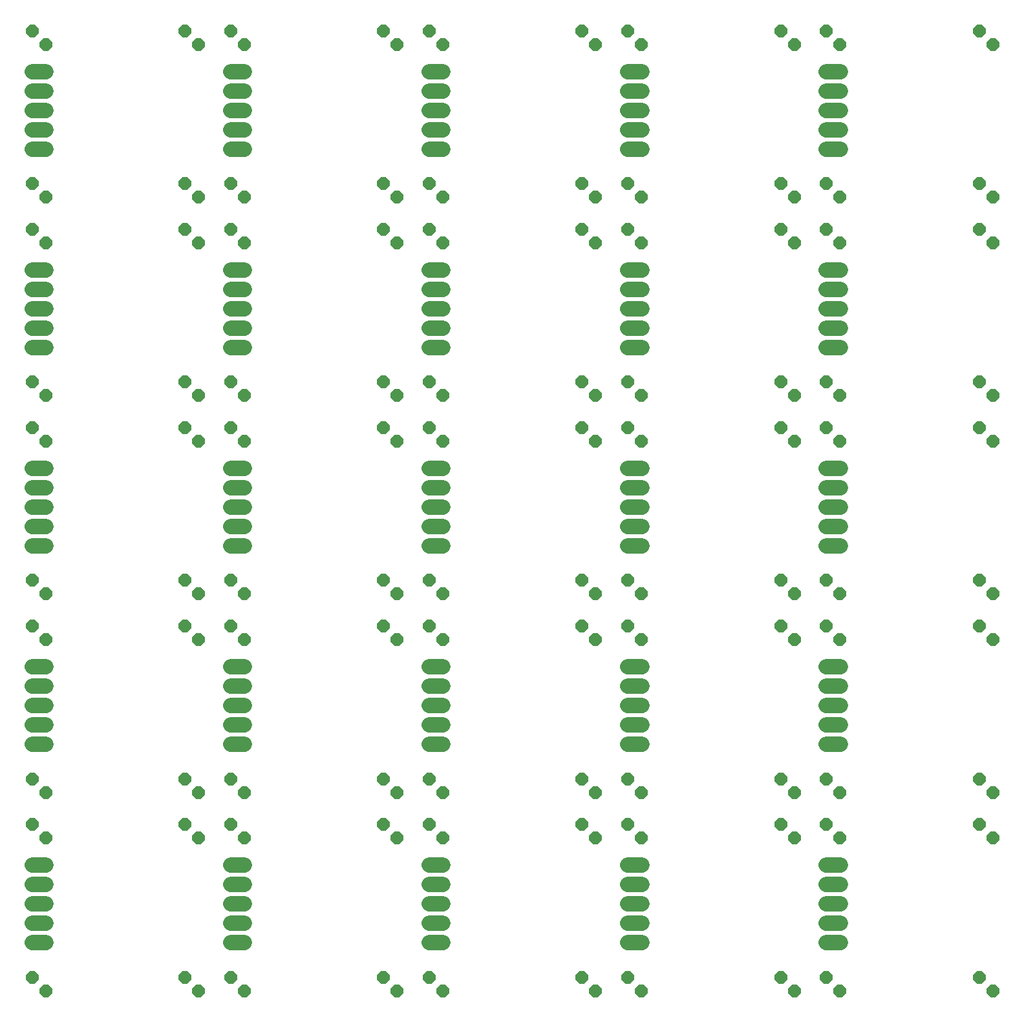
<source format=gts>
G04 EAGLE Gerber RS-274X export*
G75*
%MOMM*%
%FSLAX34Y34*%
%LPD*%
%INSoldermask Top*%
%IPPOS*%
%AMOC8*
5,1,8,0,0,1.08239X$1,22.5*%
G01*
%ADD10P,1.803519X8X292.500000*%
%ADD11C,2.032000*%


D10*
X21110Y38890D03*
X38890Y21110D03*
X221110Y38890D03*
X238890Y21110D03*
X221110Y238890D03*
X238890Y221110D03*
X21110Y238890D03*
X38890Y221110D03*
D11*
X39144Y84200D02*
X20856Y84200D01*
X20856Y109600D02*
X39144Y109600D01*
X39144Y135000D02*
X20856Y135000D01*
X20856Y160400D02*
X39144Y160400D01*
X39144Y185800D02*
X20856Y185800D01*
D10*
X21110Y298890D03*
X38890Y281110D03*
X221110Y298890D03*
X238890Y281110D03*
X221110Y498890D03*
X238890Y481110D03*
X21110Y498890D03*
X38890Y481110D03*
D11*
X39144Y344200D02*
X20856Y344200D01*
X20856Y369600D02*
X39144Y369600D01*
X39144Y395000D02*
X20856Y395000D01*
X20856Y420400D02*
X39144Y420400D01*
X39144Y445800D02*
X20856Y445800D01*
D10*
X21110Y558890D03*
X38890Y541110D03*
X221110Y558890D03*
X238890Y541110D03*
X221110Y758890D03*
X238890Y741110D03*
X21110Y758890D03*
X38890Y741110D03*
D11*
X39144Y604200D02*
X20856Y604200D01*
X20856Y629600D02*
X39144Y629600D01*
X39144Y655000D02*
X20856Y655000D01*
X20856Y680400D02*
X39144Y680400D01*
X39144Y705800D02*
X20856Y705800D01*
D10*
X21110Y818890D03*
X38890Y801110D03*
X221110Y818890D03*
X238890Y801110D03*
X221110Y1018890D03*
X238890Y1001110D03*
X21110Y1018890D03*
X38890Y1001110D03*
D11*
X39144Y864200D02*
X20856Y864200D01*
X20856Y889600D02*
X39144Y889600D01*
X39144Y915000D02*
X20856Y915000D01*
X20856Y940400D02*
X39144Y940400D01*
X39144Y965800D02*
X20856Y965800D01*
D10*
X21110Y1078890D03*
X38890Y1061110D03*
X221110Y1078890D03*
X238890Y1061110D03*
X221110Y1278890D03*
X238890Y1261110D03*
X21110Y1278890D03*
X38890Y1261110D03*
D11*
X39144Y1124200D02*
X20856Y1124200D01*
X20856Y1149600D02*
X39144Y1149600D01*
X39144Y1175000D02*
X20856Y1175000D01*
X20856Y1200400D02*
X39144Y1200400D01*
X39144Y1225800D02*
X20856Y1225800D01*
D10*
X281110Y38890D03*
X298890Y21110D03*
X481110Y38890D03*
X498890Y21110D03*
X481110Y238890D03*
X498890Y221110D03*
X281110Y238890D03*
X298890Y221110D03*
D11*
X299144Y84200D02*
X280856Y84200D01*
X280856Y109600D02*
X299144Y109600D01*
X299144Y135000D02*
X280856Y135000D01*
X280856Y160400D02*
X299144Y160400D01*
X299144Y185800D02*
X280856Y185800D01*
D10*
X281110Y298890D03*
X298890Y281110D03*
X481110Y298890D03*
X498890Y281110D03*
X481110Y498890D03*
X498890Y481110D03*
X281110Y498890D03*
X298890Y481110D03*
D11*
X299144Y344200D02*
X280856Y344200D01*
X280856Y369600D02*
X299144Y369600D01*
X299144Y395000D02*
X280856Y395000D01*
X280856Y420400D02*
X299144Y420400D01*
X299144Y445800D02*
X280856Y445800D01*
D10*
X281110Y558890D03*
X298890Y541110D03*
X481110Y558890D03*
X498890Y541110D03*
X481110Y758890D03*
X498890Y741110D03*
X281110Y758890D03*
X298890Y741110D03*
D11*
X299144Y604200D02*
X280856Y604200D01*
X280856Y629600D02*
X299144Y629600D01*
X299144Y655000D02*
X280856Y655000D01*
X280856Y680400D02*
X299144Y680400D01*
X299144Y705800D02*
X280856Y705800D01*
D10*
X281110Y818890D03*
X298890Y801110D03*
X481110Y818890D03*
X498890Y801110D03*
X481110Y1018890D03*
X498890Y1001110D03*
X281110Y1018890D03*
X298890Y1001110D03*
D11*
X299144Y864200D02*
X280856Y864200D01*
X280856Y889600D02*
X299144Y889600D01*
X299144Y915000D02*
X280856Y915000D01*
X280856Y940400D02*
X299144Y940400D01*
X299144Y965800D02*
X280856Y965800D01*
D10*
X281110Y1078890D03*
X298890Y1061110D03*
X481110Y1078890D03*
X498890Y1061110D03*
X481110Y1278890D03*
X498890Y1261110D03*
X281110Y1278890D03*
X298890Y1261110D03*
D11*
X299144Y1124200D02*
X280856Y1124200D01*
X280856Y1149600D02*
X299144Y1149600D01*
X299144Y1175000D02*
X280856Y1175000D01*
X280856Y1200400D02*
X299144Y1200400D01*
X299144Y1225800D02*
X280856Y1225800D01*
D10*
X541110Y38890D03*
X558890Y21110D03*
X741110Y38890D03*
X758890Y21110D03*
X741110Y238890D03*
X758890Y221110D03*
X541110Y238890D03*
X558890Y221110D03*
D11*
X559144Y84200D02*
X540856Y84200D01*
X540856Y109600D02*
X559144Y109600D01*
X559144Y135000D02*
X540856Y135000D01*
X540856Y160400D02*
X559144Y160400D01*
X559144Y185800D02*
X540856Y185800D01*
D10*
X541110Y298890D03*
X558890Y281110D03*
X741110Y298890D03*
X758890Y281110D03*
X741110Y498890D03*
X758890Y481110D03*
X541110Y498890D03*
X558890Y481110D03*
D11*
X559144Y344200D02*
X540856Y344200D01*
X540856Y369600D02*
X559144Y369600D01*
X559144Y395000D02*
X540856Y395000D01*
X540856Y420400D02*
X559144Y420400D01*
X559144Y445800D02*
X540856Y445800D01*
D10*
X541110Y558890D03*
X558890Y541110D03*
X741110Y558890D03*
X758890Y541110D03*
X741110Y758890D03*
X758890Y741110D03*
X541110Y758890D03*
X558890Y741110D03*
D11*
X559144Y604200D02*
X540856Y604200D01*
X540856Y629600D02*
X559144Y629600D01*
X559144Y655000D02*
X540856Y655000D01*
X540856Y680400D02*
X559144Y680400D01*
X559144Y705800D02*
X540856Y705800D01*
D10*
X541110Y818890D03*
X558890Y801110D03*
X741110Y818890D03*
X758890Y801110D03*
X741110Y1018890D03*
X758890Y1001110D03*
X541110Y1018890D03*
X558890Y1001110D03*
D11*
X559144Y864200D02*
X540856Y864200D01*
X540856Y889600D02*
X559144Y889600D01*
X559144Y915000D02*
X540856Y915000D01*
X540856Y940400D02*
X559144Y940400D01*
X559144Y965800D02*
X540856Y965800D01*
D10*
X541110Y1078890D03*
X558890Y1061110D03*
X741110Y1078890D03*
X758890Y1061110D03*
X741110Y1278890D03*
X758890Y1261110D03*
X541110Y1278890D03*
X558890Y1261110D03*
D11*
X559144Y1124200D02*
X540856Y1124200D01*
X540856Y1149600D02*
X559144Y1149600D01*
X559144Y1175000D02*
X540856Y1175000D01*
X540856Y1200400D02*
X559144Y1200400D01*
X559144Y1225800D02*
X540856Y1225800D01*
D10*
X801110Y38890D03*
X818890Y21110D03*
X1001110Y38890D03*
X1018890Y21110D03*
X1001110Y238890D03*
X1018890Y221110D03*
X801110Y238890D03*
X818890Y221110D03*
D11*
X819144Y84200D02*
X800856Y84200D01*
X800856Y109600D02*
X819144Y109600D01*
X819144Y135000D02*
X800856Y135000D01*
X800856Y160400D02*
X819144Y160400D01*
X819144Y185800D02*
X800856Y185800D01*
D10*
X801110Y298890D03*
X818890Y281110D03*
X1001110Y298890D03*
X1018890Y281110D03*
X1001110Y498890D03*
X1018890Y481110D03*
X801110Y498890D03*
X818890Y481110D03*
D11*
X819144Y344200D02*
X800856Y344200D01*
X800856Y369600D02*
X819144Y369600D01*
X819144Y395000D02*
X800856Y395000D01*
X800856Y420400D02*
X819144Y420400D01*
X819144Y445800D02*
X800856Y445800D01*
D10*
X801110Y558890D03*
X818890Y541110D03*
X1001110Y558890D03*
X1018890Y541110D03*
X1001110Y758890D03*
X1018890Y741110D03*
X801110Y758890D03*
X818890Y741110D03*
D11*
X819144Y604200D02*
X800856Y604200D01*
X800856Y629600D02*
X819144Y629600D01*
X819144Y655000D02*
X800856Y655000D01*
X800856Y680400D02*
X819144Y680400D01*
X819144Y705800D02*
X800856Y705800D01*
D10*
X801110Y818890D03*
X818890Y801110D03*
X1001110Y818890D03*
X1018890Y801110D03*
X1001110Y1018890D03*
X1018890Y1001110D03*
X801110Y1018890D03*
X818890Y1001110D03*
D11*
X819144Y864200D02*
X800856Y864200D01*
X800856Y889600D02*
X819144Y889600D01*
X819144Y915000D02*
X800856Y915000D01*
X800856Y940400D02*
X819144Y940400D01*
X819144Y965800D02*
X800856Y965800D01*
D10*
X801110Y1078890D03*
X818890Y1061110D03*
X1001110Y1078890D03*
X1018890Y1061110D03*
X1001110Y1278890D03*
X1018890Y1261110D03*
X801110Y1278890D03*
X818890Y1261110D03*
D11*
X819144Y1124200D02*
X800856Y1124200D01*
X800856Y1149600D02*
X819144Y1149600D01*
X819144Y1175000D02*
X800856Y1175000D01*
X800856Y1200400D02*
X819144Y1200400D01*
X819144Y1225800D02*
X800856Y1225800D01*
D10*
X1061110Y38890D03*
X1078890Y21110D03*
X1261110Y38890D03*
X1278890Y21110D03*
X1261110Y238890D03*
X1278890Y221110D03*
X1061110Y238890D03*
X1078890Y221110D03*
D11*
X1079144Y84200D02*
X1060856Y84200D01*
X1060856Y109600D02*
X1079144Y109600D01*
X1079144Y135000D02*
X1060856Y135000D01*
X1060856Y160400D02*
X1079144Y160400D01*
X1079144Y185800D02*
X1060856Y185800D01*
D10*
X1061110Y298890D03*
X1078890Y281110D03*
X1261110Y298890D03*
X1278890Y281110D03*
X1261110Y498890D03*
X1278890Y481110D03*
X1061110Y498890D03*
X1078890Y481110D03*
D11*
X1079144Y344200D02*
X1060856Y344200D01*
X1060856Y369600D02*
X1079144Y369600D01*
X1079144Y395000D02*
X1060856Y395000D01*
X1060856Y420400D02*
X1079144Y420400D01*
X1079144Y445800D02*
X1060856Y445800D01*
D10*
X1061110Y558890D03*
X1078890Y541110D03*
X1261110Y558890D03*
X1278890Y541110D03*
X1261110Y758890D03*
X1278890Y741110D03*
X1061110Y758890D03*
X1078890Y741110D03*
D11*
X1079144Y604200D02*
X1060856Y604200D01*
X1060856Y629600D02*
X1079144Y629600D01*
X1079144Y655000D02*
X1060856Y655000D01*
X1060856Y680400D02*
X1079144Y680400D01*
X1079144Y705800D02*
X1060856Y705800D01*
D10*
X1061110Y818890D03*
X1078890Y801110D03*
X1261110Y818890D03*
X1278890Y801110D03*
X1261110Y1018890D03*
X1278890Y1001110D03*
X1061110Y1018890D03*
X1078890Y1001110D03*
D11*
X1079144Y864200D02*
X1060856Y864200D01*
X1060856Y889600D02*
X1079144Y889600D01*
X1079144Y915000D02*
X1060856Y915000D01*
X1060856Y940400D02*
X1079144Y940400D01*
X1079144Y965800D02*
X1060856Y965800D01*
D10*
X1061110Y1078890D03*
X1078890Y1061110D03*
X1261110Y1078890D03*
X1278890Y1061110D03*
X1261110Y1278890D03*
X1278890Y1261110D03*
X1061110Y1278890D03*
X1078890Y1261110D03*
D11*
X1079144Y1124200D02*
X1060856Y1124200D01*
X1060856Y1149600D02*
X1079144Y1149600D01*
X1079144Y1175000D02*
X1060856Y1175000D01*
X1060856Y1200400D02*
X1079144Y1200400D01*
X1079144Y1225800D02*
X1060856Y1225800D01*
M02*

</source>
